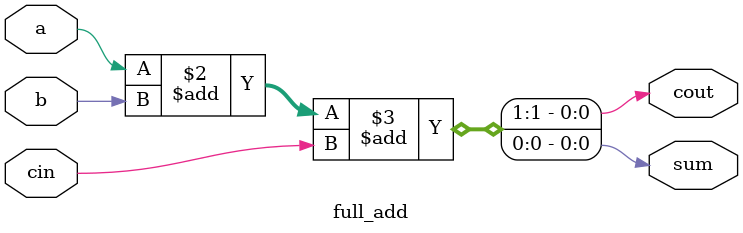
<source format=v>
module full_add(a,b,cin,sum,cout);
	input a,b,cin;
	output reg sum,cout;
		
		//to write behavioural code use always block
		always @(a,b,cin) begin
			{cout,sum} = a + b + cin;
			end
endmodule 

</source>
